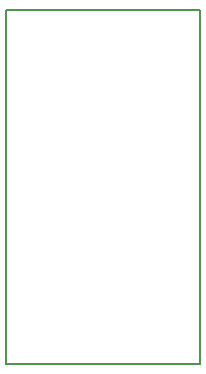
<source format=gbr>
G04 #@! TF.FileFunction,Profile,NP*
%FSLAX46Y46*%
G04 Gerber Fmt 4.6, Leading zero omitted, Abs format (unit mm)*
G04 Created by KiCad (PCBNEW 4.0.1-3.201512221401+6198~38~ubuntu15.10.1-stable) date søn 24 jan 2016 12:57:00 CET*
%MOMM*%
G01*
G04 APERTURE LIST*
%ADD10C,0.100000*%
%ADD11C,0.150000*%
G04 APERTURE END LIST*
D10*
D11*
X16711600Y-14900000D02*
X16711600Y-44900000D01*
X33170800Y-14900000D02*
X16711600Y-14900000D01*
X33170800Y-44900000D02*
X33170800Y-14900000D01*
X16711600Y-44900000D02*
X33170800Y-44900000D01*
M02*

</source>
